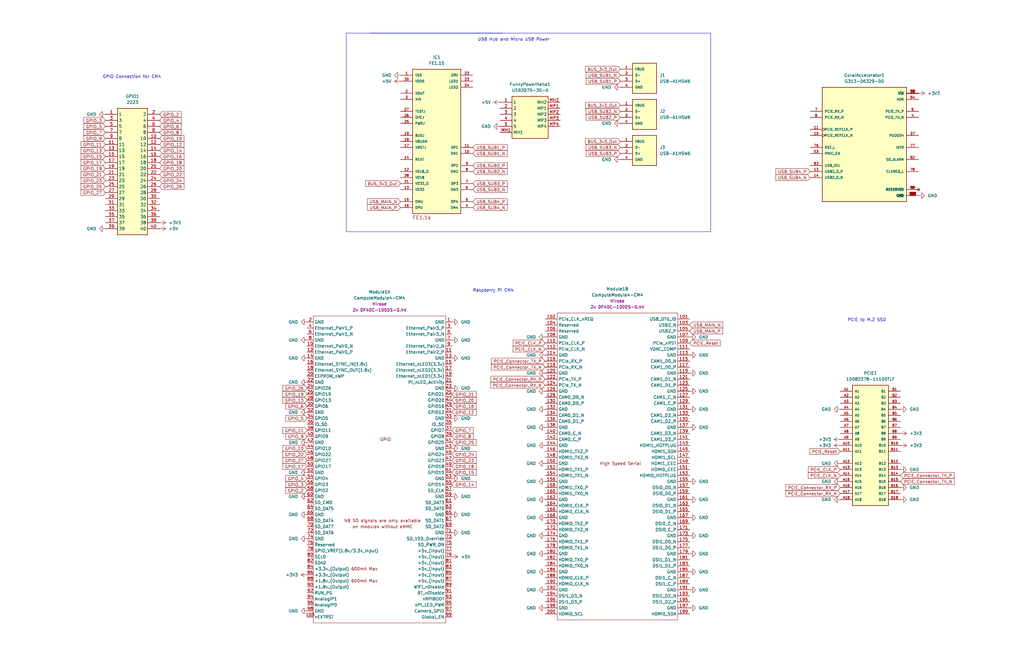
<source format=kicad_sch>
(kicad_sch (version 20231120) (generator "eeschema") (generator_version "8.0")
  (paper "B")
  (polyline (pts (xy 156.21 13.97) (xy 299.72 13.97)))
  (polyline (pts (xy 299.72 97.79) (xy 146.05 97.79)))
  (polyline (pts (xy 146.05 13.97) (xy 212.09 13.97)))
  (polyline (pts (xy 299.72 13.97) (xy 299.72 97.79)))
  (polyline (pts (xy 146.05 97.79) (xy 146.05 13.97)))
  (text "USB Hub and Micro USB Power" (at 216.662 16.764 0) (effects (font (size 1.27 1.27))))
  (text "PCIE to M.2 SSD" (at 365.506 135.128 0) (effects (font (size 1.27 1.27))))
  (text "GPIO Connection for CM4\n" (at 55.626 32.512 0) (effects (font (size 1.27 1.27))))
  (text "Raspberry Pi CM4" (at 208.026 122.682 0) (effects (font (size 1.27 1.27))))
  (global_label "GPIO_11" (shape input) (at 44.45 60.96 180) (property "Intersheetrefs" "${INTERSHEET_REFS}" (effects (hide yes))))
  (global_label "GPIO_20" (shape input) (at 67.31 71.12 0) (property "Intersheetrefs" "${INTERSHEET_REFS}" (effects (hide yes))))
  (global_label "GPIO_7" (shape input) (at 190.5 181.61 0) (property "Intersheetrefs" "${INTERSHEET_REFS}" (effects (hide yes))))
  (global_label "GPIO_5" (shape input) (at 129.54 176.53 180) (property "Intersheetrefs" "${INTERSHEET_REFS}" (effects (hide yes))))
  (global_label "USB_SUB4_P" (shape input) (at 341.63 72.39 180) (property "Intersheetrefs" "${INTERSHEET_REFS}" (effects (hide yes))))
  (global_label "GPIO_11" (shape input) (at 129.54 181.61 180) (property "Intersheetrefs" "${INTERSHEET_REFS}" (effects (hide yes))))
  (global_label "USB_MAIN_P" (shape input) (at 168.91 87.63 180) (property "Intersheetrefs" "${INTERSHEET_REFS}" (effects (hide yes))))
  (global_label "USB_SUB2_P" (shape input) (at 261.62 49.53 180) (property "Intersheetrefs" "${INTERSHEET_REFS}" (effects (hide yes))))
  (global_label "GPIO_2" (shape input) (at 129.54 207.01 180) (property "Intersheetrefs" "${INTERSHEET_REFS}" (effects (hide yes))))
  (global_label "GPIO_23" (shape input) (at 190.5 194.31 0) (property "Intersheetrefs" "${INTERSHEET_REFS}" (effects (hide yes))))
  (global_label "GPIO_7" (shape input) (at 44.45 55.88 180) (property "Intersheetrefs" "${INTERSHEET_REFS}" (effects (hide yes))))
  (global_label "GPIO_15" (shape input) (at 44.45 66.04 180) (property "Intersheetrefs" "${INTERSHEET_REFS}" (effects (hide yes))))
  (global_label "GPIO_8" (shape input) (at 190.5 184.15 0) (property "Intersheetrefs" "${INTERSHEET_REFS}" (effects (hide yes))))
  (global_label "USB_SUB1_P" (shape input) (at 199.39 62.23 0) (property "Intersheetrefs" "${INTERSHEET_REFS}" (effects (hide yes))))
  (global_label "GPIO_26" (shape input) (at 129.54 163.83 180) (property "Intersheetrefs" "${INTERSHEET_REFS}" (effects (hide yes))))
  (global_label "GPIO_12" (shape input) (at 190.5 173.99 0) (property "Intersheetrefs" "${INTERSHEET_REFS}" (effects (hide yes))))
  (global_label "GPIO_25" (shape input) (at 44.45 78.74 180) (property "Intersheetrefs" "${INTERSHEET_REFS}" (effects (hide yes))))
  (global_label "PCIE_Connector_TX_N" (shape input) (at 379.73 203.2 0) (property "Intersheetrefs" "${INTERSHEET_REFS}" (effects (hide yes))))
  (global_label "GPIO_24" (shape input) (at 190.5 191.77 0) (property "Intersheetrefs" "${INTERSHEET_REFS}" (effects (hide yes))))
  (global_label "GPIO_17" (shape input) (at 44.45 68.58 180) (property "Intersheetrefs" "${INTERSHEET_REFS}" (effects (hide yes))))
  (global_label "GPIO_14" (shape input) (at 67.31 63.5 0) (property "Intersheetrefs" "${INTERSHEET_REFS}" (effects (hide yes))))
  (global_label "GPIO_16" (shape input) (at 190.5 171.45 0) (property "Intersheetrefs" "${INTERSHEET_REFS}" (effects (hide yes))))
  (global_label "USB_SUB3_N" (shape input) (at 199.39 80.01 0) (property "Intersheetrefs" "${INTERSHEET_REFS}" (effects (hide yes))))
  (global_label "PCIE_Connector_RX_P" (shape input) (at 229.87 160.02 180) (property "Intersheetrefs" "${INTERSHEET_REFS}" (effects (hide yes))))
  (global_label "BUS_3v3_Out" (shape input) (at 261.62 44.45 180) (property "Intersheetrefs" "${INTERSHEET_REFS}" (effects (hide yes))))
  (global_label "GPIO_12" (shape input) (at 67.31 60.96 0) (property "Intersheetrefs" "${INTERSHEET_REFS}" (effects (hide yes))))
  (global_label "USB_SUB2_N" (shape input) (at 261.62 46.99 180) (property "Intersheetrefs" "${INTERSHEET_REFS}" (effects (hide yes))))
  (global_label "GPIO_13" (shape input) (at 129.54 168.91 180) (property "Intersheetrefs" "${INTERSHEET_REFS}" (effects (hide yes))))
  (global_label "USB_MAIN_P" (shape input) (at 290.83 139.7 0) (property "Intersheetrefs" "${INTERSHEET_REFS}" (effects (hide yes))))
  (global_label "USB_MAIN_N" (shape input) (at 290.83 137.16 0) (property "Intersheetrefs" "${INTERSHEET_REFS}" (effects (hide yes))))
  (global_label "USB_SUB3_P" (shape input) (at 261.62 64.77 180) (property "Intersheetrefs" "${INTERSHEET_REFS}" (effects (hide yes))))
  (global_label "GPIO_4" (shape input) (at 67.31 50.8 0) (property "Intersheetrefs" "${INTERSHEET_REFS}" (effects (hide yes))))
  (global_label "GPIO_4" (shape input) (at 129.54 201.93 180) (property "Intersheetrefs" "${INTERSHEET_REFS}" (effects (hide yes))))
  (global_label "GPIO_3" (shape input) (at 44.45 50.8 180) (property "Intersheetrefs" "${INTERSHEET_REFS}" (effects (hide yes))))
  (global_label "USB_SUB4_N" (shape input) (at 199.39 87.63 0) (property "Intersheetrefs" "${INTERSHEET_REFS}" (effects (hide yes))))
  (global_label "PCIE_CLK_N" (shape input) (at 229.87 147.32 180) (property "Intersheetrefs" "${INTERSHEET_REFS}" (effects (hide yes))))
  (global_label "GPIO_25" (shape input) (at 190.5 186.69 0) (property "Intersheetrefs" "${INTERSHEET_REFS}" (effects (hide yes))))
  (global_label "GPIO_18" (shape input) (at 67.31 68.58 0) (property "Intersheetrefs" "${INTERSHEET_REFS}" (effects (hide yes))))
  (global_label "PCIE_Connector_TX_N" (shape input) (at 229.87 154.94 180) (property "Intersheetrefs" "${INTERSHEET_REFS}" (effects (hide yes))))
  (global_label "USB_SUB4_N" (shape input) (at 341.63 74.93 180) (property "Intersheetrefs" "${INTERSHEET_REFS}" (effects (hide yes))))
  (global_label "GPIO_26" (shape input) (at 67.31 78.74 0) (property "Intersheetrefs" "${INTERSHEET_REFS}" (effects (hide yes))))
  (global_label "GPIO_5" (shape input) (at 44.45 53.34 180) (property "Intersheetrefs" "${INTERSHEET_REFS}" (effects (hide yes))))
  (global_label "GPIO_15" (shape input) (at 190.5 199.39 0) (property "Intersheetrefs" "${INTERSHEET_REFS}" (effects (hide yes))))
  (global_label "GPIO_24" (shape input) (at 67.31 76.2 0) (property "Intersheetrefs" "${INTERSHEET_REFS}" (effects (hide yes))))
  (global_label "USB_SUB1_N" (shape input) (at 199.39 64.77 0) (property "Intersheetrefs" "${INTERSHEET_REFS}" (effects (hide yes))))
  (global_label "GPIO_10" (shape input) (at 129.54 189.23 180) (property "Intersheetrefs" "${INTERSHEET_REFS}" (effects (hide yes))))
  (global_label "PCIE_Connector_TX_P" (shape input) (at 379.73 200.66 0) (property "Intersheetrefs" "${INTERSHEET_REFS}" (effects (hide yes))))
  (global_label "PCIE_Connector_RX_N" (shape input) (at 229.87 162.56 180) (property "Intersheetrefs" "${INTERSHEET_REFS}" (effects (hide yes))))
  (global_label "GPIO_22" (shape input) (at 129.54 191.77 180) (property "Intersheetrefs" "${INTERSHEET_REFS}" (effects (hide yes))))
  (global_label "GPIO_23" (shape input) (at 44.45 76.2 180) (property "Intersheetrefs" "${INTERSHEET_REFS}" (effects (hide yes))))
  (global_label "GPIO_19" (shape input) (at 129.54 166.37 180) (property "Intersheetrefs" "${INTERSHEET_REFS}" (effects (hide yes))))
  (global_label "BUS_3v3_Out" (shape input) (at 168.91 77.47 180) (property "Intersheetrefs" "${INTERSHEET_REFS}" (effects (hide yes))))
  (global_label "GPIO_20" (shape input) (at 190.5 168.91 0) (property "Intersheetrefs" "${INTERSHEET_REFS}" (effects (hide yes))))
  (global_label "USB_SUB3_N" (shape input) (at 261.62 62.23 180) (property "Intersheetrefs" "${INTERSHEET_REFS}" (effects (hide yes))))
  (global_label "GPIO_3" (shape input) (at 129.54 204.47 180) (property "Intersheetrefs" "${INTERSHEET_REFS}" (effects (hide yes))))
  (global_label "GPIO_9" (shape input) (at 129.54 184.15 180) (property "Intersheetrefs" "${INTERSHEET_REFS}" (effects (hide yes))))
  (global_label "GPIO_14" (shape input) (at 190.5 204.47 0) (property "Intersheetrefs" "${INTERSHEET_REFS}" (effects (hide yes))))
  (global_label "USB_SUB3_P" (shape input) (at 199.39 77.47 0) (property "Intersheetrefs" "${INTERSHEET_REFS}" (effects (hide yes))))
  (global_label "BUS_3v3_Out" (shape input) (at 261.62 29.21 180) (property "Intersheetrefs" "${INTERSHEET_REFS}" (effects (hide yes))))
  (global_label "GPIO_27" (shape input) (at 129.54 194.31 180) (property "Intersheetrefs" "${INTERSHEET_REFS}" (effects (hide yes))))
  (global_label "GPIO_21" (shape input) (at 44.45 73.66 180) (property "Intersheetrefs" "${INTERSHEET_REFS}" (effects (hide yes))))
  (global_label "USB_SUB4_P" (shape input) (at 199.39 85.09 0) (property "Intersheetrefs" "${INTERSHEET_REFS}" (effects (hide yes))))
  (global_label "USB_SUB1_N" (shape input) (at 261.62 31.75 180) (property "Intersheetrefs" "${INTERSHEET_REFS}" (effects (hide yes))))
  (global_label "PCIE_Connector_TX_P" (shape input) (at 229.87 152.4 180) (property "Intersheetrefs" "${INTERSHEET_REFS}" (effects (hide yes))))
  (global_label "GPIO_21" (shape input) (at 190.5 166.37 0) (property "Intersheetrefs" "${INTERSHEET_REFS}" (effects (hide yes))))
  (global_label "GPIO_2" (shape input) (at 67.31 48.26 0) (property "Intersheetrefs" "${INTERSHEET_REFS}" (effects (hide yes))))
  (global_label "GPIO_17" (shape input) (at 129.54 196.85 180) (property "Intersheetrefs" "${INTERSHEET_REFS}" (effects (hide yes))))
  (global_label "GPIO_6" (shape input) (at 67.31 53.34 0) (property "Intersheetrefs" "${INTERSHEET_REFS}" (effects (hide yes))))
  (global_label "USB_MAIN_N" (shape input) (at 168.91 85.09 180) (property "Intersheetrefs" "${INTERSHEET_REFS}" (effects (hide yes))))
  (global_label "USB_SUB1_P" (shape input) (at 261.62 34.29 180) (property "Intersheetrefs" "${INTERSHEET_REFS}" (effects (hide yes))))
  (global_label "GPIO_13" (shape input) (at 44.45 63.5 180) (property "Intersheetrefs" "${INTERSHEET_REFS}" (effects (hide yes))))
  (global_label "PCIE_CLK_N" (shape input) (at 354.33 200.66 180) (property "Intersheetrefs" "${INTERSHEET_REFS}" (effects (hide yes))))
  (global_label "PCIE_Connector_RX_P" (shape input) (at 354.33 205.74 180) (property "Intersheetrefs" "${INTERSHEET_REFS}" (effects (hide yes))))
  (global_label "BUS_3v3_Out" (shape input) (at 261.62 59.69 180) (property "Intersheetrefs" "${INTERSHEET_REFS}" (effects (hide yes))))
  (global_label "GPIO_27" (shape input) (at 44.45 81.28 180) (property "Intersheetrefs" "${INTERSHEET_REFS}" (effects (hide yes))))
  (global_label "GPIO_18" (shape input) (at 190.5 196.85 0) (property "Intersheetrefs" "${INTERSHEET_REFS}" (effects (hide yes))))
  (global_label "PCIE_CLK_P" (shape input) (at 354.33 198.12 180) (property "Intersheetrefs" "${INTERSHEET_REFS}" (effects (hide yes))))
  (global_label "GPIO_22" (shape input) (at 67.31 73.66 0) (property "Intersheetrefs" "${INTERSHEET_REFS}" (effects (hide yes))))
  (global_label "USB_SUB2_N" (shape input) (at 199.39 72.39 0) (property "Intersheetrefs" "${INTERSHEET_REFS}" (effects (hide yes))))
  (global_label "GPIO_19" (shape input) (at 44.45 71.12 180) (property "Intersheetrefs" "${INTERSHEET_REFS}" (effects (hide yes))))
  (global_label "GPIO_9" (shape input) (at 44.45 58.42 180) (property "Intersheetrefs" "${INTERSHEET_REFS}" (effects (hide yes))))
  (global_label "GPIO_16" (shape input) (at 67.31 66.04 0) (property "Intersheetrefs" "${INTERSHEET_REFS}" (effects (hide yes))))
  (global_label "GPIO_6" (shape input) (at 129.54 171.45 180) (property "Intersheetrefs" "${INTERSHEET_REFS}" (effects (hide yes))))
  (global_label "USB_SUB2_P" (shape input) (at 199.39 69.85 0) (property "Intersheetrefs" "${INTERSHEET_REFS}" (effects (hide yes))))
  (global_label "PCIE_CLK_P" (shape input) (at 229.87 144.78 180) (property "Intersheetrefs" "${INTERSHEET_REFS}" (effects (hide yes))))
  (global_label "PCIE_Reset" (shape input) (at 290.83 144.78 0) (property "Intersheetrefs" "${INTERSHEET_REFS}" (effects (hide yes))))
  (global_label "GPIO_10" (shape input) (at 67.31 58.42 0) (property "Intersheetrefs" "${INTERSHEET_REFS}" (effects (hide yes))))
  (global_label "GPIO_8" (shape input) (at 67.31 55.88 0) (property "Intersheetrefs" "${INTERSHEET_REFS}" (effects (hide yes))))
  (global_label "PCIE_Reset" (shape input) (at 354.33 190.5 180) (property "Intersheetrefs" "${INTERSHEET_REFS}" (effects (hide yes))))
  (global_label "PCIE_Connector_RX_N" (shape input) (at 354.33 208.28 180) (property "Intersheetrefs" "${INTERSHEET_REFS}" (effects (hide yes))))
  (symbol (lib_id "power:GND") (at 261.62 36.83 270) (unit 1)
    (property "Reference" "#PWR02" (effects (hide yes)))
    (property "Value" "GND" (at 257.81 36.8299 90) (effects (justify right)))
    (property "Description" "Power symbol creates a global label with name \"GND\" , ground" (effects (hide yes)))
  )
  (symbol (lib_id "power:GND") (at 229.87 226.06 270) (unit 1)
    (property "Reference" "#PWR019" (effects (hide yes)))
    (property "Value" "GND" (at 226.06 226.0599 90) (effects (justify right)))
    (property "Description" "Power symbol creates a global label with name \"GND\" , ground" (effects (hide yes)))
  )
  (symbol (lib_id "power:GND") (at 229.87 241.3 270) (unit 1)
    (property "Reference" "#PWR017" (effects (hide yes)))
    (property "Value" "GND" (at 226.06 241.2999 90) (effects (justify right)))
    (property "Description" "Power symbol creates a global label with name \"GND\" , ground" (effects (hide yes)))
  )
  (symbol (lib_id "power:GND") (at 229.87 248.92 270) (unit 1)
    (property "Reference" "#PWR016" (effects (hide yes)))
    (property "Value" "GND" (at 226.06 248.9199 90) (effects (justify right)))
    (property "Description" "Power symbol creates a global label with name \"GND\" , ground" (effects (hide yes)))
  )
  (symbol (lib_id "power:GND") (at 229.87 187.96 270) (unit 1)
    (property "Reference" "#PWR024" (effects (hide yes)))
    (property "Value" "GND" (at 226.06 187.9599 90) (effects (justify right)))
    (property "Description" "Power symbol creates a global label with name \"GND\" , ground" (effects (hide yes)))
  )
  (symbol (lib_id "power:GND") (at 354.33 203.2 270) (unit 1)
    (property "Reference" "#PWR064" (effects (hide yes)))
    (property "Value" "GND" (at 350.52 203.1999 90) (effects (justify right)))
    (property "Description" "Power symbol creates a global label with name \"GND\" , ground" (effects (hide yes)))
  )
  (symbol (lib_id "power:GND") (at 129.54 209.55 270) (unit 1)
    (property "Reference" "#PWR044" (effects (hide yes)))
    (property "Value" "GND" (at 125.73 209.5499 90) (effects (justify right)))
    (property "Description" "Power symbol creates a global label with name \"GND\" , ground" (effects (hide yes)))
  )
  (symbol (lib_id "SeniorDesign_GPIO_Stacking_Header:2223") (at 44.45 48.26 0) (unit 1)
    (property "Reference" "GPIO1" (at 55.88 40.64 0))
    (property "Value" "2223" (at 55.88 43.18 0))
    (property "Footprint" "SeniorDesign_GPIO_Stacking_Header_F:RHDR40W64P254X254_2X20_5105X500X865P" (effects (hide yes)))
    (property "Datasheet" "https://cdn-shop.adafruit.com/product-files/2223/18507.pdf" (effects (hide yes)))
    (property "Description" "ADAFRUIT - 2223 - 40-Pin Pi GPIO Stacking Header - Extra Long Legs" (effects (hide yes)))
    (property "Height" "8.65" (effects (hide yes)))
    (property "Manufacturer_Name" "Adafruit" (effects (hide yes)))
    (property "Manufacturer_Part_Number" "2223" (effects (hide yes)))
    (property "Arrow Part Number" "2223" (effects (hide yes)))
    (property "Arrow Price/Stock" "https://www.arrow.com/en/products/2223/adafruit-industries?region=nac" (effects (hide yes)))
  )
  (symbol (lib_id "power:GND") (at 379.73 210.82 90) (unit 1)
    (property "Reference" "#PWR066" (effects (hide yes)))
    (property "Value" "GND" (at 383.54 210.8199 90) (effects (justify right)))
    (property "Description" "Power symbol creates a global label with name \"GND\" , ground" (effects (hide yes)))
  )
  (symbol (lib_id "power:GND") (at 379.73 205.74 90) (unit 1)
    (property "Reference" "#PWR065" (effects (hide yes)))
    (property "Value" "GND" (at 383.54 205.7399 90) (effects (justify right)))
    (property "Description" "Power symbol creates a global label with name \"GND\" , ground" (effects (hide yes)))
  )
  (symbol (lib_id "power:+3V3") (at 387.35 39.37 270) (unit 1)
    (property "Reference" "#PWR073" (effects (hide yes)))
    (property "Value" "+3V3" (at 391.16 39.3699 90) (effects (justify left)))
    (property "Description" "Power symbol creates a global label with name \"+3V3\"" (effects (hide yes)))
  )
  (symbol (lib_id "power:GND") (at 129.54 217.17 270) (unit 1)
    (property "Reference" "#PWR043" (effects (hide yes)))
    (property "Value" "GND" (at 125.73 217.1699 90) (effects (justify right)))
    (property "Description" "Power symbol creates a global label with name \"GND\" , ground" (effects (hide yes)))
  )
  (symbol (lib_id "power:GND") (at 387.35 82.55 90) (unit 1)
    (property "Reference" "#PWR056" (effects (hide yes)))
    (property "Value" "GND" (at 391.16 82.5499 90) (effects (justify right)))
    (property "Description" "Power symbol creates a global label with name \"GND\" , ground" (effects (hide yes)))
  )
  (symbol (lib_id "power:GND") (at 290.83 142.24 90) (unit 1)
    (property "Reference" "#PWR01" (effects (hide yes)))
    (property "Value" "GND" (at 294.64 142.2399 90) (effects (justify right)))
    (property "Description" "Power symbol creates a global label with name \"GND\" , ground" (effects (hide yes)))
  )
  (symbol (lib_id "power:GND") (at 290.83 256.54 90) (unit 1)
    (property "Reference" "#PWR014" (effects (hide yes)))
    (property "Value" "GND" (at 294.64 256.5399 90) (effects (justify right)))
    (property "Description" "Power symbol creates a global label with name \"GND\" , ground" (effects (hide yes)))
  )
  (symbol (lib_id "power:GND") (at 229.87 180.34 270) (unit 1)
    (property "Reference" "#PWR025" (effects (hide yes)))
    (property "Value" "GND" (at 226.06 180.3399 90) (effects (justify right)))
    (property "Description" "Power symbol creates a global label with name \"GND\" , ground" (effects (hide yes)))
  )
  (symbol (lib_id "power:GND") (at 290.83 165.1 90) (unit 1)
    (property "Reference" "#PWR04" (effects (hide yes)))
    (property "Value" "GND" (at 294.64 165.0999 90) (effects (justify right)))
    (property "Description" "Power symbol creates a global label with name \"GND\" , ground" (effects (hide yes)))
  )
  (symbol (lib_id "power:GND") (at 129.54 257.81 270) (unit 1)
    (property "Reference" "#PWR041" (effects (hide yes)))
    (property "Value" "GND" (at 125.73 257.8099 90) (effects (justify right)))
    (property "Description" "Power symbol creates a global label with name \"GND\" , ground" (effects (hide yes)))
  )
  (symbol (lib_id "power:GND") (at 229.87 149.86 270) (unit 1)
    (property "Reference" "#PWR029" (effects (hide yes)))
    (property "Value" "GND" (at 226.06 149.8599 90) (effects (justify right)))
    (property "Description" "Power symbol creates a global label with name \"GND\" , ground" (effects (hide yes)))
  )
  (symbol (lib_id "power:GND") (at 379.73 172.72 90) (unit 1)
    (property "Reference" "#PWR060" (effects (hide yes)))
    (property "Value" "GND" (at 383.54 172.7199 90) (effects (justify right)))
    (property "Description" "Power symbol creates a global label with name \"GND\" , ground" (effects (hide yes)))
  )
  (symbol (lib_id "power:GND") (at 229.87 195.58 270) (unit 1)
    (property "Reference" "#PWR023" (effects (hide yes)))
    (property "Value" "GND" (at 226.06 195.5799 90) (effects (justify right)))
    (property "Description" "Power symbol creates a global label with name \"GND\" , ground" (effects (hide yes)))
  )
  (symbol (lib_id "power:GND") (at 354.33 172.72 270) (unit 1)
    (property "Reference" "#PWR061" (effects (hide yes)))
    (property "Value" "GND" (at 350.52 172.7199 90) (effects (justify right)))
    (property "Description" "Power symbol creates a global label with name \"GND\" , ground" (effects (hide yes)))
  )
  (symbol (lib_id "power:GND") (at 261.62 52.07 270) (unit 1)
    (property "Reference" "#PWR054" (effects (hide yes)))
    (property "Value" "GND" (at 257.81 52.0699 90) (effects (justify right)))
    (property "Description" "Power symbol creates a global label with name \"GND\" , ground" (effects (hide yes)))
  )
  (symbol (lib_id "power:GND") (at 44.45 96.52 270) (unit 1)
    (property "Reference" "#PWR053" (effects (hide yes)))
    (property "Value" "GND" (at 40.64 96.5199 90) (effects (justify right)))
    (property "Description" "Power symbol creates a global label with name \"GND\" , ground" (effects (hide yes)))
  )
  (symbol (lib_id "power:GND") (at 229.87 210.82 270) (unit 1)
    (property "Reference" "#PWR021" (effects (hide yes)))
    (property "Value" "GND" (at 226.06 210.8199 90) (effects (justify right)))
    (property "Description" "Power symbol creates a global label with name \"GND\" , ground" (effects (hide yes)))
  )
  (symbol (lib_id "power:GND") (at 290.83 248.92 90) (unit 1)
    (property "Reference" "#PWR013" (effects (hide yes)))
    (property "Value" "GND" (at 294.64 248.9199 90) (effects (justify right)))
    (property "Description" "Power symbol creates a global label with name \"GND\" , ground" (effects (hide yes)))
  )
  (symbol (lib_id "power:+3V3") (at 67.31 93.98 270) (unit 1)
    (property "Reference" "#PWR080" (effects (hide yes)))
    (property "Value" "+3V3" (at 71.12 93.9799 90) (effects (justify left)))
    (property "Description" "Power symbol creates a global label with name \"+3V3\"" (effects (hide yes)))
  )
  (symbol (lib_id "power:+5V") (at 67.31 96.52 270) (unit 1)
    (property "Reference" "#PWR078" (effects (hide yes)))
    (property "Value" "+5V" (at 71.12 96.5201 90) (effects (justify left)))
    (property "Description" "Power symbol creates a global label with name \"+5V\"" (effects (hide yes)))
  )
  (symbol (lib_id "power:GND") (at 190.5 209.55 90) (unit 1)
    (property "Reference" "#PWR039" (effects (hide yes)))
    (property "Value" "GND" (at 194.31 209.5499 90) (effects (justify right)))
    (property "Description" "Power symbol creates a global label with name \"GND\" , ground" (effects (hide yes)))
  )
  (symbol (lib_id "power:+3V3") (at 354.33 185.42 90) (unit 1)
    (property "Reference" "#PWR069" (effects (hide yes)))
    (property "Value" "+3V3" (at 350.52 185.4199 90) (effects (justify left)))
    (property "Description" "Power symbol creates a global label with name \"+3V3\"" (effects (hide yes)))
  )
  (symbol (lib_id "power:GND") (at 190.5 217.17 90) (unit 1)
    (property "Reference" "#PWR038" (effects (hide yes)))
    (property "Value" "GND" (at 194.31 217.1699 90) (effects (justify right)))
    (property "Description" "Power symbol creates a global label with name \"GND\" , ground" (effects (hide yes)))
  )
  (symbol (lib_id "power:GND") (at 190.5 176.53 90) (unit 1)
    (property "Reference" "#PWR035" (effects (hide yes)))
    (property "Value" "GND" (at 194.31 176.5299 90) (effects (justify right)))
    (property "Description" "Power symbol creates a global label with name \"GND\" , ground" (effects (hide yes)))
  )
  (symbol (lib_id "power:GND") (at 210.82 53.34 270) (unit 1)
    (property "Reference" "#PWR059" (effects (hide yes)))
    (property "Value" "GND" (at 207.01 53.3399 90) (effects (justify right)))
    (property "Description" "Power symbol creates a global label with name \"GND\" , ground" (effects (hide yes)))
  )
  (symbol (lib_id "power:+5V") (at 190.5 234.95 270) (unit 1)
    (property "Reference" "#PWR058" (effects (hide yes)))
    (property "Value" "+5V" (at 194.31 234.9501 90) (effects (justify left)))
    (property "Description" "Power symbol creates a global label with name \"+5V\"" (effects (hide yes)))
  )
  (symbol (lib_id "SeniorDesign_Compute_Module:ComputeModule4-CM4") (at 120.65 195.58 0) (unit 2)
    (property "Reference" "Module1" (at 260.35 121.92 0))
    (property "Value" "ComputeModule4-CM4" (at 260.35 124.46 0))
    (property "Footprint" "CM4IO:Raspberry-Pi-4-Compute-Module" (effects (hide yes)))
    (property "Field4" "Hirose" (at 260.35 127 0))
    (property "Field5" "2x DF40C-100DS-0.4V" (at 260.35 129.54 0))
  )
  (symbol (lib_id "power:GND") (at 129.54 161.29 270) (unit 1)
    (property "Reference" "#PWR048" (effects (hide yes)))
    (property "Value" "GND" (at 125.73 161.2899 90) (effects (justify right)))
    (property "Description" "Power symbol creates a global label with name \"GND\" , ground" (effects (hide yes)))
  )
  (symbol (lib_id "power:GND") (at 229.87 203.2 270) (unit 1)
    (property "Reference" "#PWR022" (effects (hide yes)))
    (property "Value" "GND" (at 226.06 203.1999 90) (effects (justify right)))
    (property "Description" "Power symbol creates a global label with name \"GND\" , ground" (effects (hide yes)))
  )
  (symbol (lib_id "power:GND") (at 190.5 224.79 90) (unit 1)
    (property "Reference" "#PWR037" (effects (hide yes)))
    (property "Value" "GND" (at 194.31 224.7899 90) (effects (justify right)))
    (property "Description" "Power symbol creates a global label with name \"GND\" , ground" (effects (hide yes)))
  )
  (symbol (lib_id "power:GND") (at 290.83 233.68 90) (unit 1)
    (property "Reference" "#PWR011" (effects (hide yes)))
    (property "Value" "GND" (at 294.64 233.6799 90) (effects (justify right)))
    (property "Description" "Power symbol creates a global label with name \"GND\" , ground" (effects (hide yes)))
  )
  (symbol (lib_id "power:GND") (at 229.87 233.68 270) (unit 1)
    (property "Reference" "#PWR018" (effects (hide yes)))
    (property "Value" "GND" (at 226.06 233.6799 90) (effects (justify right)))
    (property "Description" "Power symbol creates a global label with name \"GND\" , ground" (effects (hide yes)))
  )
  (symbol (lib_id "power:GND") (at 290.83 210.82 90) (unit 1)
    (property "Reference" "#PWR08" (effects (hide yes)))
    (property "Value" "GND" (at 294.64 210.8199 90) (effects (justify right)))
    (property "Description" "Power symbol creates a global label with name \"GND\" , ground" (effects (hide yes)))
  )
  (symbol (lib_id "power:GND") (at 290.83 218.44 90) (unit 1)
    (property "Reference" "#PWR09" (effects (hide yes)))
    (property "Value" "GND" (at 294.64 218.4399 90) (effects (justify right)))
    (property "Description" "Power symbol creates a global label with name \"GND\" , ground" (effects (hide yes)))
  )
  (symbol (lib_id "power:GND") (at 190.5 189.23 90) (unit 1)
    (property "Reference" "#PWR036" (effects (hide yes)))
    (property "Value" "GND" (at 194.31 189.2299 90) (effects (justify right)))
    (property "Description" "Power symbol creates a global label with name \"GND\" , ground" (effects (hide yes)))
  )
  (symbol (lib_id "power:GND") (at 190.5 201.93 90) (unit 1)
    (property "Reference" "#PWR040" (effects (hide yes)))
    (property "Value" "GND" (at 194.31 201.9299 90) (effects (justify right)))
    (property "Description" "Power symbol creates a global label with name \"GND\" , ground" (effects (hide yes)))
  )
  (symbol (lib_id "SeniorDesign_USB-A1HSW6:USB-A1HSW6") (at 271.78 34.29 0) (unit 1)
    (property "Reference" "J1" (at 278.13 31.7499 0) (effects (justify left)))
    (property "Value" "USB-A1HSW6" (at 278.13 34.2899 0) (effects (justify left)))
    (property "Footprint" "USB-A1HSW6:OST_USB-A1HSW6" (effects (hide yes)))
    (property "MF" "On Shore" (effects (hide yes)))
    (property "MAXIMUM_PACKAGE_HEIGHT" "7.1 mm" (effects (hide yes)))
    (property "Package" "None" (effects (hide yes)))
    (property "Price" "None" (effects (hide yes)))
    (property "Check_prices" "https://www.snapeda.com/parts/USB-A1HSW6/On+Shore+Technology+Inc./view-part/?ref=eda" (effects (hide yes)))
    (property "STANDARD" "Manufacturer Recommendations" (effects (hide yes)))
    (property "PARTREV" "A" (effects (hide yes)))
    (property "SnapEDA_Link" "https://www.snapeda.com/parts/USB-A1HSW6/On+Shore+Technology+Inc./view-part/?ref=snap" (effects (hide yes)))
    (property "MP" "USB-A1HSW6" (effects (hide yes)))
    (property "Description_1" "\n                        \n                            USB-A (USB TYPE-A) - Receptacle Connector 4 Position Through Hole, Right Angle\n                        \n" (effects (hide yes)))
    (property "Availability" "In Stock" (effects (hide yes)))
    (property "MANUFACTURER" "On Shore" (effects (hide yes)))
  )
  (symbol (lib_id "power:GND") (at 229.87 172.72 270) (unit 1)
    (property "Reference" "#PWR026" (effects (hide yes)))
    (property "Value" "GND" (at 226.06 172.7199 90) (effects (justify right)))
    (property "Description" "Power symbol creates a global label with name \"GND\" , ground" (effects (hide yes)))
  )
  (symbol (lib_id "power:GND") (at 168.91 31.75 270) (unit 1)
    (property "Reference" "#PWR079" (effects (hide yes)))
    (property "Value" "GND" (at 165.1 31.7499 90) (effects (justify right)))
    (property "Description" "Power symbol creates a global label with name \"GND\" , ground" (effects (hide yes)))
  )
  (symbol (lib_id "power:GND") (at 129.54 135.89 270) (unit 1)
    (property "Reference" "#PWR051" (effects (hide yes)))
    (property "Value" "GND" (at 125.73 135.8899 90) (effects (justify right)))
    (property "Description" "Power symbol creates a global label with name \"GND\" , ground" (effects (hide yes)))
  )
  (symbol (lib_id "SeniorDesign_USB_Micro:USB3075-30-A") (at 210.82 43.18 0) (unit 1)
    (property "Reference" "FunnyPowerHaha1" (at 223.52 35.56 0))
    (property "Value" "USB3075-30-A" (at 223.52 38.1 0))
    (property "Footprint" "SeniorDesign_USB_Micro:USB307530A" (effects (hide yes)))
    (property "Datasheet" "https://componentsearchengine.com/Datasheets/2/USB3075-30-A.pdf" (effects (hide yes)))
    (property "Description" "GCT (GLOBAL CONNECTOR TECHNOLOGY) - USB3075-30-A - USB Connector, Micro USB Type B, USB 2.0, Receptacle, 5 Ways, Surface Mount, Right Angle" (effects (hide yes)))
    (property "Height" "2.7" (effects (hide yes)))
    (property "Manufacturer_Name" "GCT (GLOBAL CONNECTOR TECHNOLOGY)" (effects (hide yes)))
    (property "Manufacturer_Part_Number" "USB3075-30-A" (effects (hide yes)))
  )
  (symbol (lib_id "power:+3V3") (at 354.33 187.96 90) (unit 1)
    (property "Reference" "#PWR068" (effects (hide yes)))
    (property "Value" "+3V3" (at 350.52 187.9599 90) (effects (justify left)))
    (property "Description" "Power symbol creates a global label with name \"+3V3\"" (effects (hide yes)))
  )
  (symbol (lib_id "power:GND") (at 129.54 199.39 270) (unit 1)
    (property "Reference" "#PWR045" (effects (hide yes)))
    (property "Value" "GND" (at 125.73 199.3899 90) (effects (justify right)))
    (property "Description" "Power symbol creates a global label with name \"GND\" , ground" (effects (hide yes)))
  )
  (symbol (lib_id "power:GND") (at 190.5 135.89 90) (unit 1)
    (property "Reference" "#PWR031" (effects (hide yes)))
    (property "Value" "GND" (at 194.31 135.8899 90) (effects (justify right)))
    (property "Description" "Power symbol creates a global label with name \"GND\" , ground" (effects (hide yes)))
  )
  (symbol (lib_id "power:GND") (at 129.54 143.51 270) (unit 1)
    (property "Reference" "#PWR050" (effects (hide yes)))
    (property "Value" "GND" (at 125.73 143.5099 90) (effects (justify right)))
    (property "Description" "Power symbol creates a global label with name \"GND\" , ground" (effects (hide yes)))
  )
  (symbol (lib_id "SeniorDesign_PCIE_Connector:10082378-11100TLF") (at 367.03 187.96 0) (unit 1)
    (property "Reference" "PCIE1" (at 367.03 157.48 0))
    (property "Value" "10082378-11100TLF" (at 367.03 160.02 0))
    (property "Footprint" "10082378-11100TLF:AMPHENOL_10082378-11100TLF" (effects (hide yes)))
    (property "MF" "Amphenol ICC (FCI)" (effects (hide yes)))
    (property "MAXIMUM_PACKAGE_HEIGHT" "11.25mm" (effects (hide yes)))
    (property "Package" "None" (effects (hide yes)))
    (property "Price" "None" (effects (hide yes)))
    (property "Check_prices" "https://www.snapeda.com/parts/10082378-11100TLF/Amphenol+FCI/view-part/?ref=eda" (effects (hide yes)))
    (property "STANDARD" "Manufacturer Recommendations" (effects (hide yes)))
    (property "PARTREV" "H" (effects (hide yes)))
    (property "SnapEDA_Link" "https://www.snapeda.com/parts/10082378-11100TLF/Amphenol+FCI/view-part/?ref=snap" (effects (hide yes)))
    (property "MP" "10082378-11100TLF" (effects (hide yes)))
    (property "Description_1" "\n                        \n                            PCI Express® GEN 3 Card Edge, Storage and Server Connector, Vertical, Press-Fit, x1, 36 Positions, 1.00mm (0.039in) Pitch\n                        \n" (effects (hide yes)))
    (property "Availability" "In Stock" (effects (hide yes)))
    (property "MANUFACTURER" "Amphenol" (effects (hide yes)))
  )
  (symbol (lib_id "SeniorDesign_USB-A1HSW6:USB-A1HSW6") (at 271.78 49.53 0) (unit 1)
    (property "Reference" "J2" (at 278.13 46.9899 0) (effects (justify left)))
    (property "Value" "USB-A1HSW6" (at 278.13 49.5299 0) (effects (justify left)))
    (property "Footprint" "USB-A1HSW6:OST_USB-A1HSW6" (effects (hide yes)))
    (property "MF" "On Shore" (effects (hide yes)))
    (property "MAXIMUM_PACKAGE_HEIGHT" "7.1 mm" (effects (hide yes)))
    (property "Package" "None" (effects (hide yes)))
    (property "Price" "None" (effects (hide yes)))
    (property "Check_prices" "https://www.snapeda.com/parts/USB-A1HSW6/On+Shore+Technology+Inc./view-part/?ref=eda" (effects (hide yes)))
    (property "STANDARD" "Manufacturer Recommendations" (effects (hide yes)))
    (property "PARTREV" "A" (effects (hide yes)))
    (property "SnapEDA_Link" "https://www.snapeda.com/parts/USB-A1HSW6/On+Shore+Technology+Inc./view-part/?ref=snap" (effects (hide yes)))
    (property "MP" "USB-A1HSW6" (effects (hide yes)))
    (property "Description_1" "\n                        \n                            USB-A (USB TYPE-A) - Receptacle Connector 4 Position Through Hole, Right Angle\n                        \n" (effects (hide yes)))
    (property "Availability" "In Stock" (effects (hide yes)))
    (property "MANUFACTURER" "On Shore" (effects (hide yes)))
  )
  (symbol (lib_id "power:GND") (at 190.5 151.13 90) (unit 1)
    (property "Reference" "#PWR032" (effects (hide yes)))
    (property "Value" "GND" (at 194.31 151.1299 90) (effects (justify right)))
    (property "Description" "Power symbol creates a global label with name \"GND\" , ground" (effects (hide yes)))
  )
  (symbol (lib_id "power:GND") (at 229.87 165.1 270) (unit 1)
    (property "Reference" "#PWR027" (effects (hide yes)))
    (property "Value" "GND" (at 226.06 165.0999 90) (effects (justify right)))
    (property "Description" "Power symbol creates a global label with name \"GND\" , ground" (effects (hide yes)))
  )
  (symbol (lib_id "power:GND") (at 354.33 210.82 270) (unit 1)
    (property "Reference" "#PWR067" (effects (hide yes)))
    (property "Value" "GND" (at 350.52 210.8199 90) (effects (justify right)))
    (property "Description" "Power symbol creates a global label with name \"GND\" , ground" (effects (hide yes)))
  )
  (symbol (lib_id "SeniorDesign_Compute_Module:ComputeModule4-CM4") (at 162.56 191.77 0) (unit 1)
    (property "Reference" "Module1" (at 160.02 123.19 0))
    (property "Value" "ComputeModule4-CM4" (at 160.02 125.73 0))
    (property "Footprint" "CM4IO:Raspberry-Pi-4-Compute-Module" (effects (hide yes)))
    (property "Field4" "Hirose" (at 160.02 128.27 0))
    (property "Field5" "2x DF40C-100DS-0.4V" (at 160.02 130.81 0))
  )
  (symbol (lib_id "power:GND") (at 229.87 256.54 270) (unit 1)
    (property "Reference" "#PWR015" (effects (hide yes)))
    (property "Value" "GND" (at 226.06 256.5399 90) (effects (justify right)))
    (property "Description" "Power symbol creates a global label with name \"GND\" , ground" (effects (hide yes)))
  )
  (symbol (lib_id "power:+5V") (at 210.82 43.18 90) (unit 1)
    (property "Reference" "#PWR057" (effects (hide yes)))
    (property "Value" "+5V" (at 207.01 43.1799 90) (effects (justify left)))
    (property "Description" "Power symbol creates a global label with name \"+5V\"" (effects (hide yes)))
  )
  (symbol (lib_id "power:GND") (at 44.45 48.26 270) (unit 1)
    (property "Reference" "#PWR081" (effects (hide yes)))
    (property "Value" "GND" (at 40.64 48.2599 90) (effects (justify right)))
    (property "Description" "Power symbol creates a global label with name \"GND\" , ground" (effects (hide yes)))
  )
  (symbol (lib_id "power:GND") (at 290.83 203.2 90) (unit 1)
    (property "Reference" "#PWR07" (effects (hide yes)))
    (property "Value" "GND" (at 294.64 203.1999 90) (effects (justify right)))
    (property "Description" "Power symbol creates a global label with name \"GND\" , ground" (effects (hide yes)))
  )
  (symbol (lib_id "SeniorDesign_USB_BUS_FE1.1S:FE1.1S") (at 184.15 59.69 0) (unit 1)
    (property "Reference" "IC1" (at 184.15 24.13 0))
    (property "Value" "FE1.1S" (at 184.15 26.67 0))
    (property "Footprint" "FE1.1S:FE1.1S_SSOP-28" (effects (hide yes)))
    (property "MF" "terminus" (effects (hide yes)))
    (property "Description_1" "\n                        \n                            USB 2.0 HIGH SPEED 4-PORT HUB CONTROLLER\n                        \n" (effects (hide yes)))
    (property "Package" "None" (effects (hide yes)))
    (property "Price" "None" (effects (hide yes)))
    (property "SnapEDA_Link" "https://www.snapeda.com/parts/FE1.1S/Terminus-Tech/view-part/?ref=snap" (effects (hide yes)))
    (property "MP" "FE1.1S" (effects (hide yes)))
    (property "Availability" "In Stock" (effects (hide yes)))
    (property "Check_prices" "https://www.snapeda.com/parts/FE1.1S/Terminus-Tech/view-part/?ref=eda" (effects (hide yes)))
  )
  (symbol (lib_id "power:GND") (at 379.73 198.12 90) (unit 1)
    (property "Reference" "#PWR062" (effects (hide yes)))
    (property "Value" "GND" (at 383.54 198.1199 90) (effects (justify right)))
    (property "Description" "Power symbol creates a global label with name \"GND\" , ground" (effects (hide yes)))
  )
  (symbol (lib_id "power:+3V3") (at 379.73 187.96 270) (unit 1)
    (property "Reference" "#PWR070" (effects (hide yes)))
    (property "Value" "+3V3" (at 383.54 187.9599 90) (effects (justify left)))
    (property "Description" "Power symbol creates a global label with name \"+3V3\"" (effects (hide yes)))
  )
  (symbol (lib_id "power:GND") (at 129.54 186.69 270) (unit 1)
    (property "Reference" "#PWR046" (effects (hide yes)))
    (property "Value" "GND" (at 125.73 186.6899 90) (effects (justify right)))
    (property "Description" "Power symbol creates a global label with name \"GND\" , ground" (effects (hide yes)))
  )
  (symbol (lib_id "SeniorDesign_Coral_Accelerator_Module:G313-06329-00") (at 364.49 59.69 0) (unit 1)
    (property "Reference" "CoralAccelerator1" (at 364.49 31.75 0))
    (property "Value" "G313-06329-00" (at 364.49 34.29 0))
    (property "Footprint" "SeniorDesign_Coral_Accelerator_Module_F:MODULE_G313-06329-00" (effects (hide yes)))
    (property "MF" "Coral" (effects (hide yes)))
    (property "MAXIMUM_PACKAGE_HEIGHT" "1.55 mm" (effects (hide yes)))
    (property "Package" "None" (effects (hide yes)))
    (property "Price" "None" (effects (hide yes)))
    (property "Check_prices" "https://www.snapeda.com/parts/G313-06329-00/Coral/view-part/?ref=eda" (effects (hide yes)))
    (property "STANDARD" "Manufacturer Recommendations" (effects (hide yes)))
    (property "PARTREV" "1.3" (effects (hide yes)))
    (property "SnapEDA_Link" "https://www.snapeda.com/parts/G313-06329-00/Coral/view-part/?ref=snap" (effects (hide yes)))
    (property "MP" "G313-06329-00" (effects (hide yes)))
    (property "Description_1" "\n                        \n                            Coral Accelerator Module | Coral G313-06329-00\n                        \n" (effects (hide yes)))
    (property "Availability" "In Stock" (effects (hide yes)))
    (property "MANUFACTURER" "Coral" (effects (hide yes)))
  )
  (symbol (lib_id "power:GND") (at 354.33 195.58 270) (unit 1)
    (property "Reference" "#PWR063" (effects (hide yes)))
    (property "Value" "GND" (at 350.52 195.5799 90) (effects (justify right)))
    (property "Description" "Power symbol creates a global label with name \"GND\" , ground" (effects (hide yes)))
  )
  (symbol (lib_id "power:GND") (at 190.5 163.83 90) (unit 1)
    (property "Reference" "#PWR034" (effects (hide yes)))
    (property "Value" "GND" (at 194.31 163.8299 90) (effects (justify right)))
    (property "Description" "Power symbol creates a global label with name \"GND\" , ground" (effects (hide yes)))
  )
  (symbol (lib_id "power:GND") (at 290.83 149.86 90) (unit 1)
    (property "Reference" "#PWR03" (effects (hide yes)))
    (property "Value" "GND" (at 294.64 149.8599 90) (effects (justify right)))
    (property "Description" "Power symbol creates a global label with name \"GND\" , ground" (effects (hide yes)))
  )
  (symbol (lib_id "power:GND") (at 290.83 180.34 90) (unit 1)
    (property "Reference" "#PWR06" (effects (hide yes)))
    (property "Value" "GND" (at 294.64 180.3399 90) (effects (justify right)))
    (property "Description" "Power symbol creates a global label with name \"GND\" , ground" (effects (hide yes)))
  )
  (symbol (lib_id "power:+5V") (at 168.91 34.29 90) (unit 1)
    (property "Reference" "#PWR082" (effects (hide yes)))
    (property "Value" "+5V" (at 165.1 34.2899 90) (effects (justify left)))
    (property "Description" "Power symbol creates a global label with name \"+5V\"" (effects (hide yes)))
  )
  (symbol (lib_id "SeniorDesign_USB-A1HSW6:USB-A1HSW6") (at 271.78 64.77 0) (unit 1)
    (property "Reference" "J3" (at 278.13 62.2299 0) (effects (justify left)))
    (property "Value" "USB-A1HSW6" (at 278.13 64.7699 0) (effects (justify left)))
    (property "Footprint" "USB-A1HSW6:OST_USB-A1HSW6" (effects (hide yes)))
    (property "MF" "On Shore" (effects (hide yes)))
    (property "MAXIMUM_PACKAGE_HEIGHT" "7.1 mm" (effects (hide yes)))
    (property "Package" "None" (effects (hide yes)))
    (property "Price" "None" (effects (hide yes)))
    (property "Check_prices" "https://www.snapeda.com/parts/USB-A1HSW6/On+Shore+Technology+Inc./view-part/?ref=eda" (effects (hide yes)))
    (property "STANDARD" "Manufacturer Recommendations" (effects (hide yes)))
    (property "PARTREV" "A" (effects (hide yes)))
    (property "SnapEDA_Link" "https://www.snapeda.com/parts/USB-A1HSW6/On+Shore+Technology+Inc./view-part/?ref=snap" (effects (hide yes)))
    (property "MP" "USB-A1HSW6" (effects (hide yes)))
    (property "Description_1" "\n                        \n                            USB-A (USB TYPE-A) - Receptacle Connector 4 Position Through Hole, Right Angle\n                        \n" (effects (hide yes)))
    (property "Availability" "In Stock" (effects (hide yes)))
    (property "MANUFACTURER" "On Shore" (effects (hide yes)))
  )
  (symbol (lib_id "power:GND") (at 229.87 142.24 270) (unit 1)
    (property "Reference" "#PWR030" (effects (hide yes)))
    (property "Value" "GND" (at 226.06 142.2399 90) (effects (justify right)))
    (property "Description" "Power symbol creates a global label with name \"GND\" , ground" (effects (hide yes)))
  )
  (symbol (lib_id "power:+3V3") (at 379.73 182.88 270) (unit 1)
    (property "Reference" "#PWR071" (effects (hide yes)))
    (property "Value" "+3V3" (at 383.54 182.8799 90) (effects (justify left)))
    (property "Description" "Power symbol creates a global label with name \"+3V3\"" (effects (hide yes)))
  )
  (symbol (lib_id "power:GND") (at 129.54 227.33 270) (unit 1)
    (property "Reference" "#PWR042" (effects (hide yes)))
    (property "Value" "GND" (at 125.73 227.3299 90) (effects (justify right)))
    (property "Description" "Power symbol creates a global label with name \"GND\" , ground" (effects (hide yes)))
  )
  (symbol (lib_id "power:GND") (at 290.83 226.06 90) (unit 1)
    (property "Reference" "#PWR010" (effects (hide yes)))
    (property "Value" "GND" (at 294.64 226.0599 90) (effects (justify right)))
    (property "Description" "Power symbol creates a global label with name \"GND\" , ground" (effects (hide yes)))
  )
  (symbol (lib_id "power:GND") (at 290.83 241.3 90) (unit 1)
    (property "Reference" "#PWR012" (effects (hide yes)))
    (property "Value" "GND" (at 294.64 241.2999 90) (effects (justify right)))
    (property "Description" "Power symbol creates a global label with name \"GND\" , ground" (effects (hide yes)))
  )
  (symbol (lib_id "power:GND") (at 190.5 143.51 90) (unit 1)
    (property "Reference" "#PWR033" (effects (hide yes)))
    (property "Value" "GND" (at 194.31 143.5099 90) (effects (justify right)))
    (property "Description" "Power symbol creates a global label with name \"GND\" , ground" (effects (hide yes)))
  )
  (symbol (lib_id "power:GND") (at 129.54 151.13 270) (unit 1)
    (property "Reference" "#PWR049" (effects (hide yes)))
    (property "Value" "GND" (at 125.73 151.1299 90) (effects (justify right)))
    (property "Description" "Power symbol creates a global label with name \"GND\" , ground" (effects (hide yes)))
  )
  (symbol (lib_id "power:GND") (at 290.83 172.72 90) (unit 1)
    (property "Reference" "#PWR05" (effects (hide yes)))
    (property "Value" "GND" (at 294.64 172.7199 90) (effects (justify right)))
    (property "Description" "Power symbol creates a global label with name \"GND\" , ground" (effects (hide yes)))
  )
  (symbol (lib_id "power:GND") (at 290.83 157.48 90) (unit 1)
    (property "Reference" "#PWR052" (effects (hide yes)))
    (property "Value" "GND" (at 294.64 157.4799 90) (effects (justify right)))
    (property "Description" "Power symbol creates a global label with name \"GND\" , ground" (effects (hide yes)))
  )
  (symbol (lib_id "power:GND") (at 129.54 173.99 270) (unit 1)
    (property "Reference" "#PWR047" (effects (hide yes)))
    (property "Value" "GND" (at 125.73 173.9899 90) (effects (justify right)))
    (property "Description" "Power symbol creates a global label with name \"GND\" , ground" (effects (hide yes)))
  )
  (symbol (lib_id "power:GND") (at 229.87 157.48 270) (unit 1)
    (property "Reference" "#PWR028" (effects (hide yes)))
    (property "Value" "GND" (at 226.06 157.4799 90) (effects (justify right)))
    (property "Description" "Power symbol creates a global label with name \"GND\" , ground" (effects (hide yes)))
  )
  (symbol (lib_id "power:GND") (at 261.62 67.31 270) (unit 1)
    (property "Reference" "#PWR055" (effects (hide yes)))
    (property "Value" "GND" (at 257.81 67.3099 90) (effects (justify right)))
    (property "Description" "Power symbol creates a global label with name \"GND\" , ground" (effects (hide yes)))
  )
  (symbol (lib_id "power:+3V3") (at 129.54 242.57 90) (unit 1)
    (property "Reference" "#PWR072" (effects (hide yes)))
    (property "Value" "+3V3" (at 125.73 242.5699 90) (effects (justify left)))
    (property "Description" "Power symbol creates a global label with name \"+3V3\"" (effects (hide yes)))
  )
  (symbol (lib_id "power:GND") (at 229.87 218.44 270) (unit 1)
    (property "Reference" "#PWR020" (effects (hide yes)))
    (property "Value" "GND" (at 226.06 218.4399 90) (effects (justify right)))
    (property "Description" "Power symbol creates a global label with name \"GND\" , ground" (effects (hide yes)))
  )
)
</source>
